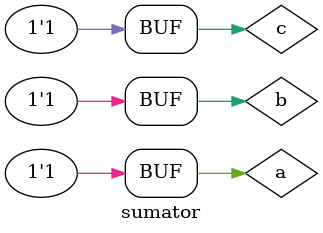
<source format=v>
module XOR(in1, in2, out);

input in1, in2;
output reg out;

always @(in1 or in2)
begin
	out = in1 ^ in2;
end

endmodule

module OR(in1, in2, out);

input in1, in2;
output reg out;

always @(in1 or in2)
begin
	out = in1 | in2;
end

endmodule

module AND(in1, in2, out);

input in1, in2;
output reg out;

always @(in1 or in2)
begin
	out = in1 & in2;
end

endmodule

module semisumator(in1, in2, s, c);

input in1, in2;

output s;
output c;

XOR XOR1(in1,in2,s);
AND AND1(in1,in2,c);

endmodule

module sumator;

reg a,b,c;
wire w1,w2,w3;
wire s, cout;

semisumator semis1(a,b,w1,w2);
semisumator semis2(w1,c,s,w3);
OR OR1(w2,w3,cout);

initial begin
	a=0;b=0;c=0;
	#2 c=1;
	#2 b=1;c=0;
	#2 c=1;
	#2 a=1;b=0;c=0;
	#2 c=1;
	#2 b=1;c=0;
	#2 c=1;
end

initial begin
	$monitor("a=%b b=%b c=%b s=%b cout=%b",a,b,c,s,cout);
end


endmodule

</source>
